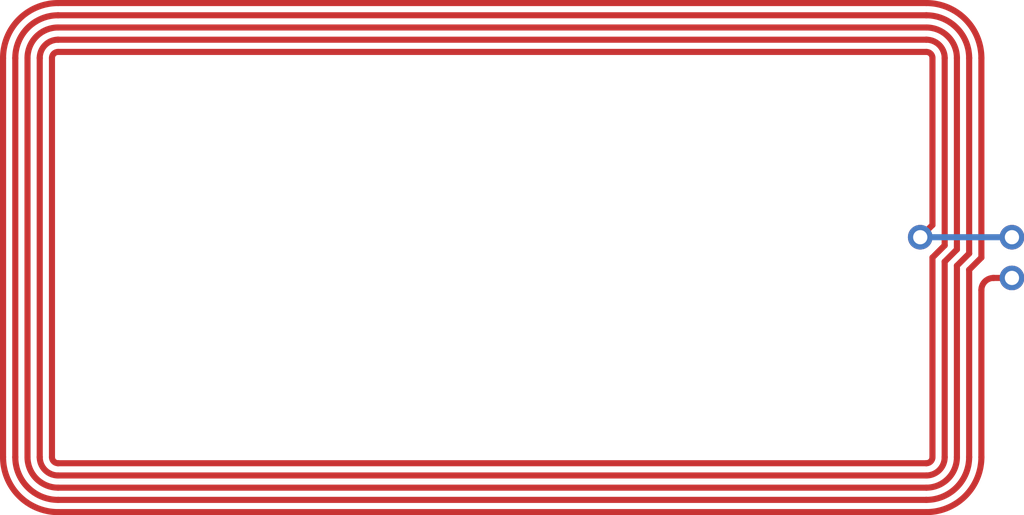
<source format=kicad_pcb>
(kicad_pcb (version 20211014) (generator pcbnew)
  (layers (0 "F.Cu" signal) (31 "B.Cu" signal) (34 "B.Paste" user) (35 "F.Paste" user) (36 "B.SilkS" user "B.Silkscreen") (37 "F.SilkS" user "F.Silkscreen") (38 "B.Mask" user) (39 "F.Mask" user) (44 "Edge.Cuts" user))
  (net 0 "")
  (footprint "Class_4_eagle9.6.2:L_PICC_CLASS4_50PF_01" (layer "F.Cu") (at 148.5011 105.0036)
    (fp_text reference "E$1" hide)
    (fp_text value "" hide)
    (fp_line (start 24 0) (end 23.4 0.6) (layer "F.Cu") (width 0.3))
    (fp_line (start -23.4 -9.8) (end -23.4 9.8) (layer "F.Cu") (width 0.3))
    (fp_line (start 22.2 -9.8) (end 22.2 -0.6) (layer "F.Cu") (width 0.3))
    (fp_line (start 21.6 0) (end 21.6 9.8) (layer "F.Cu") (width 0.3))
    (fp_line (start -21.3 12.5) (end 21.3 12.5) (layer "F.Cu") (width 0.3))
    (fp_line (start 22.2 0.2) (end 22.2 9.8) (layer "F.Cu") (width 0.3))
    (fp_line (start -21.3 -10.7) (end 21.3 -10.7) (layer "F.Cu") (width 0.3))
    (fp_line (start -21.6 -9.8) (end -21.6 9.8) (layer "F.Cu") (width 0.3))
    (fp_line (start 22.8 -0.4) (end 22.2 0.2) (layer "F.Cu") (width 0.3))
    (fp_line (start -21.3 -10.1) (end 21.3 -10.1) (layer "F.Cu") (width 0.3))
    (fp_line (start 24 9.8) (end 24 1.6) (layer "F.Cu") (width 0.3))
    (fp_line (start 23.4 -9.8) (end 23.4 -0.2) (layer "F.Cu") (width 0.3))
    (fp_line (start 22.8 0.4) (end 22.8 9.8) (layer "F.Cu") (width 0.3))
    (fp_line (start -22.8 -9.8) (end -22.8 9.8) (layer "F.Cu") (width 0.3))
    (fp_line (start -22.2 -9.8) (end -22.2 9.8) (layer "F.Cu") (width 0.3))
    (fp_line (start -21.3 -11.9) (end 21.3 -11.9) (layer "F.Cu") (width 0.3))
    (fp_line (start 21.6 -1.6) (end 21 -1) (layer "F.Cu") (width 0.3))
    (fp_line (start 24.6 1) (end 25.5 1) (layer "F.Cu") (width 0.3))
    (fp_line (start 21.6 -9.8) (end 21.6 -1.6) (layer "F.Cu") (width 0.3))
    (fp_line (start 22.2 -0.6) (end 21.6 0) (layer "F.Cu") (width 0.3))
    (fp_line (start 22.8 -9.8) (end 22.8 -0.4) (layer "F.Cu") (width 0.3))
    (fp_line (start -24 -9.8) (end -24 9.8) (layer "F.Cu") (width 0.3))
    (fp_line (start -21.3 10.1) (end 21.3 10.1) (layer "F.Cu") (width 0.3))
    (fp_line (start -21.3 11.9) (end 21.3 11.9) (layer "F.Cu") (width 0.3))
    (fp_line (start 23.4 0.6) (end 23.4 9.8) (layer "F.Cu") (width 0.3))
    (fp_line (start -21.3 11.3) (end 21.3 11.3) (layer "F.Cu") (width 0.3))
    (fp_line (start -21.3 -12.5) (end 21.3 -12.5) (layer "F.Cu") (width 0.3))
    (fp_line (start 23.4 -0.2) (end 22.8 0.4) (layer "F.Cu") (width 0.3))
    (fp_line (start -21.3 10.7) (end 21.3 10.7) (layer "F.Cu") (width 0.3))
    (fp_line (start -21.3 -11.3) (end 21.3 -11.3) (layer "F.Cu") (width 0.3))
    (fp_line (start 24 -9.8) (end 24 0) (layer "F.Cu") (width 0.3))
    (fp_arc (start 21.3 -11.9) (mid 22.784924 -11.284924) (end 23.4 -9.8) (layer "F.Cu") (width 0.3))
    (fp_arc (start -21.3 10.1) (mid -21.512132 10.012132) (end -21.6 9.8) (layer "F.Cu") (width 0.3))
    (fp_arc (start 21.3 -11.3) (mid 22.36066 -10.86066) (end 22.8 -9.8) (layer "F.Cu") (width 0.3))
    (fp_arc (start -21.3 12.5) (mid -23.209188 11.709188) (end -24 9.8) (layer "F.Cu") (width 0.3))
    (fp_arc (start -21.6 -9.8) (mid -21.512132 -10.012132) (end -21.3 -10.1) (layer "F.Cu") (width 0.3))
    (fp_arc (start -22.8 -9.8) (mid -22.36066 -10.86066) (end -21.3 -11.3) (layer "F.Cu") (width 0.3))
    (fp_arc (start -23.4 -9.8) (mid -22.784924 -11.284924) (end -21.3 -11.9) (layer "F.Cu") (width 0.3))
    (fp_arc (start 24 1.6) (mid 24.175736 1.175736) (end 24.6 1) (layer "F.Cu") (width 0.3))
    (fp_arc (start 22.8 9.8) (mid 22.36066 10.86066) (end 21.3 11.3) (layer "F.Cu") (width 0.3))
    (fp_arc (start -24 -9.8) (mid -23.209188 -11.709188) (end -21.3 -12.5) (layer "F.Cu") (width 0.3))
    (fp_arc (start 21.6 9.8) (mid 21.512132 10.012132) (end 21.3 10.1) (layer "F.Cu") (width 0.3))
    (fp_arc (start -21.3 11.3) (mid -22.36066 10.86066) (end -22.8 9.8) (layer "F.Cu") (width 0.3))
    (fp_arc (start 21.3 -10.7) (mid 21.936396 -10.436396) (end 22.2 -9.8) (layer "F.Cu") (width 0.3))
    (fp_arc (start 23.4 9.8) (mid 22.784924 11.284924) (end 21.3 11.9) (layer "F.Cu") (width 0.3))
    (fp_arc (start -21.3 11.9) (mid -22.784924 11.284924) (end -23.4 9.8) (layer "F.Cu") (width 0.3))
    (fp_arc (start -21.3 10.7) (mid -21.936396 10.436396) (end -22.2 9.8) (layer "F.Cu") (width 0.3))
    (fp_arc (start 24 9.8) (mid 23.209188 11.709188) (end 21.3 12.5) (layer "F.Cu") (width 0.3))
    (fp_arc (start 22.2 9.8) (mid 21.936396 10.436396) (end 21.3 10.7) (layer "F.Cu") (width 0.3))
    (fp_arc (start 21.3 -10.1) (mid 21.512132 -10.012132) (end 21.6 -9.8) (layer "F.Cu") (width 0.3))
    (fp_arc (start 21.3 -12.5) (mid 23.209188 -11.709188) (end 24 -9.8) (layer "F.Cu") (width 0.3))
    (fp_arc (start -22.2 -9.8) (mid -21.936396 -10.436396) (end -21.3 -10.7) (layer "F.Cu") (width 0.3))
    (fp_line (start 21 -1) (end 25.5 -1) (layer "B.Cu") (width 0.3))
    (pad "" np_thru_hole circle (at 0 0) (size 2 2) (drill 2) (layers *.Cu *.Mask))
    (pad "P$1" thru_hole circle (at 25.5 -1) (size 1.208 1.208) (drill 0.7) (layers *.Cu *.Mask))
    (pad "P$2" thru_hole circle (at 25.5 1) (size 1.208 1.208) (drill 0.7) (layers *.Cu *.Mask))
    (pad "P$3" thru_hole circle (at 21 -1) (size 1.208 1.208) (drill 0.7) (layers *.Cu *.Mask))
  )
)
</source>
